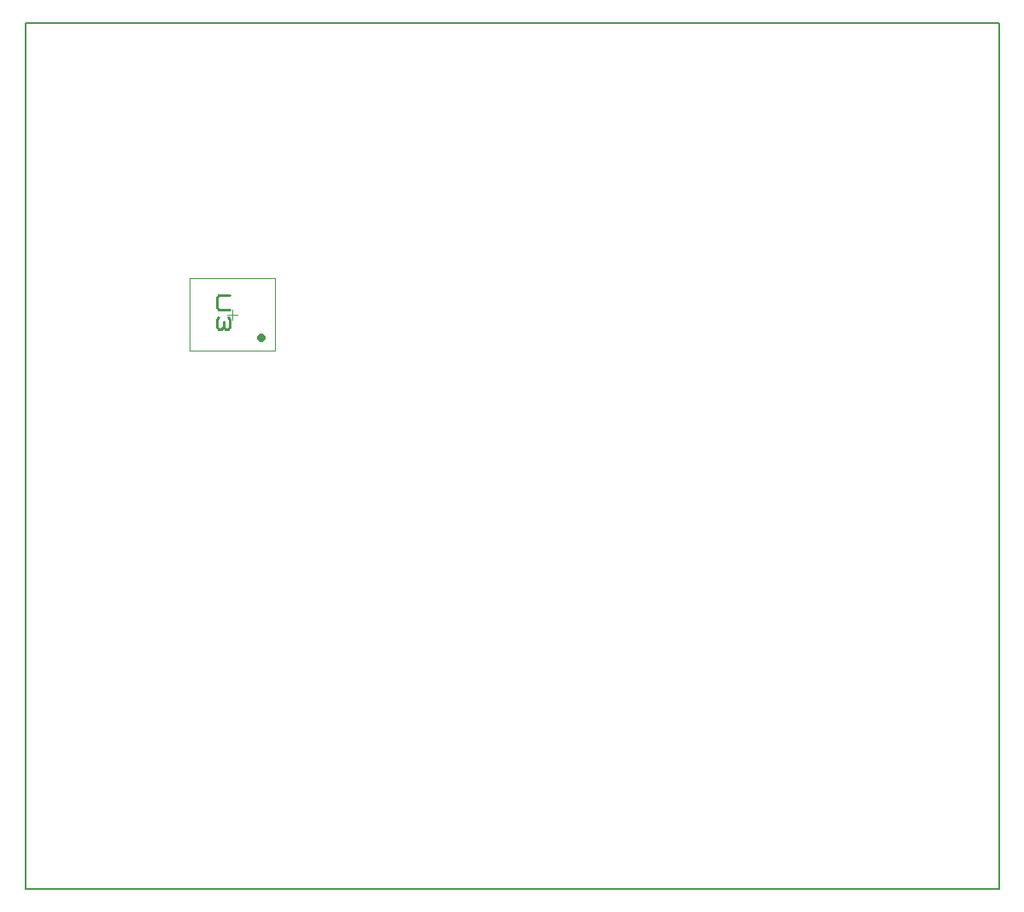
<source format=gbr>
G04 PROTEUS RS274X GERBER FILE*
%FSLAX45Y45*%
%MOMM*%
G01*
%ADD40C,0.050000*%
%ADD41C,0.845820*%
%ADD42C,0.215300*%
%ADD17C,0.203200*%
D40*
X-7223000Y+6113000D02*
X-8073000Y+6113000D01*
X-8073000Y+5393000D01*
X-7223000Y+5393000D01*
X-7223000Y+6113000D01*
X-7648000Y+5703000D02*
X-7648000Y+5803000D01*
X-7698000Y+5753000D02*
X-7598000Y+5753000D01*
D41*
X-7358000Y+5523000D02*
X-7358000Y+5523000D01*
D42*
X-7673303Y+5946777D02*
X-7780957Y+5946777D01*
X-7802488Y+5922555D01*
X-7802488Y+5825667D01*
X-7780957Y+5801445D01*
X-7673303Y+5801445D01*
X-7694834Y+5728778D02*
X-7673303Y+5704556D01*
X-7673303Y+5631890D01*
X-7694834Y+5607668D01*
X-7716365Y+5607668D01*
X-7737895Y+5631890D01*
X-7759426Y+5607668D01*
X-7780957Y+5607668D01*
X-7802488Y+5631890D01*
X-7802488Y+5704556D01*
X-7780957Y+5728778D01*
X-7737895Y+5680334D02*
X-7737895Y+5631890D01*
D17*
X-9700000Y+50000D02*
X-50000Y+50000D01*
X-50000Y+8650000D01*
X-9700000Y+8650000D01*
X-9700000Y+50000D01*
M02*

</source>
